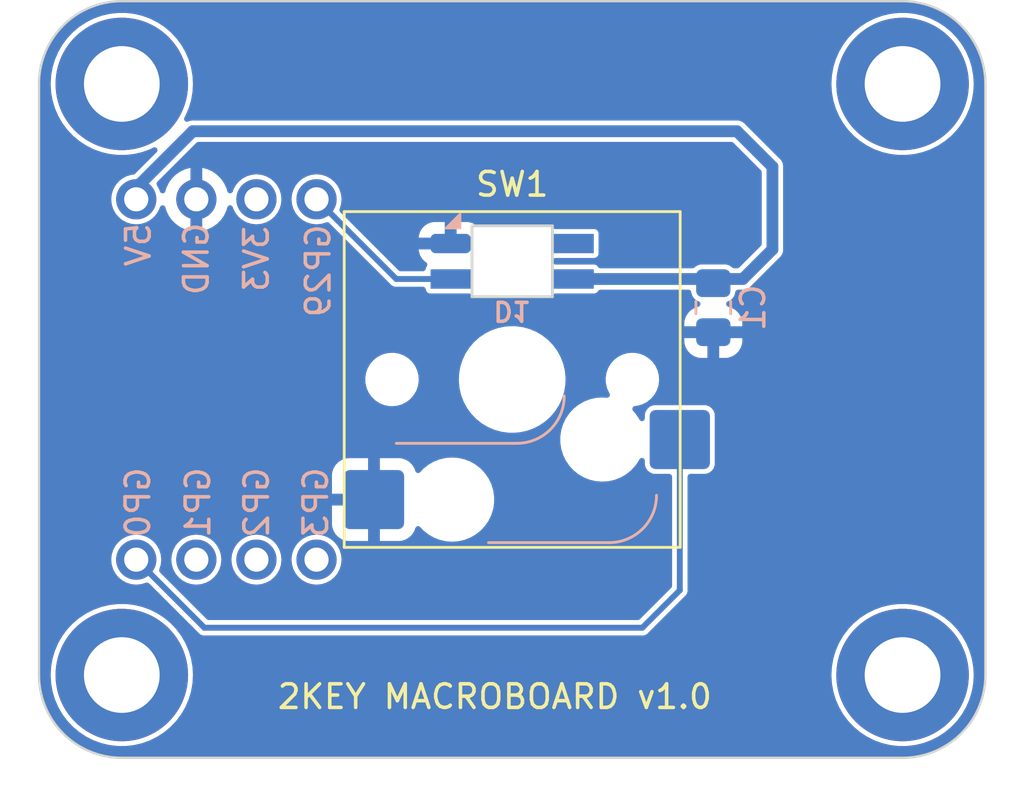
<source format=kicad_pcb>
(kicad_pcb (version 20221018) (generator pcbnew)
  (layers (0 "F.Cu" signal) (31 "B.Cu" signal) (34 "B.Paste" user) (35 "F.Paste" user) (36 "B.SilkS" user "B.Silkscreen") (37 "F.SilkS" user "F.Silkscreen") (38 "B.Mask" user) (39 "F.Mask" user) (44 "Edge.Cuts" user))
  (net 0 "")
  (net 1 "GND")
  (net 2 "+5V")
  (net 5 "NEOPIXEL")
  (net 6 "A")
  (net 7 "+3V3")
  (footprint "MountingHole:MountingHole_3.2mm_M3_DIN965_Pad_TopBottom" (layer "F.Cu") (at 154.5 82.5)
    (fp_text reference "H3" hide)
    (fp_text value "MountingHole")
    (pad "1" thru_hole circle (at 0 0) (size 3.6 3.6) (drill 3.2) (layers "*.Cu" "*.Mask"))
    (pad "1" connect circle (at 0 0) (size 5.6 5.6) (layers "F.Cu" "F.Mask"))
    (pad "1" connect circle (at 0 0) (size 5.6 5.6) (layers "B.Cu" "B.Mask"))
  )
  (footprint "MountingHole:MountingHole_3.2mm_M3_DIN965_Pad_TopBottom" (layer "F.Cu") (at 154.5 57.5)
    (fp_text reference "H2" hide)
    (fp_text value "MountingHole")
    (pad "1" thru_hole circle (at 0 0) (size 3.6 3.6) (drill 3.2) (layers "*.Cu" "*.Mask"))
    (pad "1" connect circle (at 0 0) (size 5.6 5.6) (layers "F.Cu" "F.Mask"))
    (pad "1" connect circle (at 0 0) (size 5.6 5.6) (layers "B.Cu" "B.Mask"))
  )
  (footprint "My_Library:SW_Hotswap_Kailh_MX_1.25u" (layer "F.Cu") (at 138 70)
    (fp_text reference "SW1" (at 0 -8.255 180) (layer "F.SilkS"))
    (fp_text value "SW_Push")
    (fp_line (start 0.2 2.7) (end -4.9 2.7) (stroke (width 0.12)) (layer "B.SilkS"))
    (fp_line (start 4.1 6.9) (end -1 6.9) (stroke (width 0.12)) (layer "B.SilkS"))
    (fp_arc (start 2.2 0.7) (mid 1.614214 2.114214) (end 0.2 2.7) (stroke (width 0.12)) (layer "B.SilkS"))
    (fp_arc (start 6.1 4.9) (mid 5.514214 6.314214) (end 4.1 6.9) (stroke (width 0.12)) (layer "B.SilkS"))
    (fp_line (start -7.1 -7.1) (end -7.1 7.1) (stroke (width 0.12)) (layer "F.SilkS"))
    (fp_line (start -7.1 7.1) (end 7.1 7.1) (stroke (width 0.12)) (layer "F.SilkS"))
    (fp_line (start 7.1 -7.1) (end -7.1 -7.1) (stroke (width 0.12)) (layer "F.SilkS"))
    (fp_line (start 7.1 7.1) (end 7.1 -7.1) (stroke (width 0.12)) (layer "F.SilkS"))
    (pad "" np_thru_hole circle (at -5.08 0 180) (size 1.75 1.75) (drill 1.75) (layers "*.Cu" "*.Mask"))
    (pad "" np_thru_hole circle (at -2.54 5.08 180) (size 3.05 3.05) (drill 3.05) (layers "*.Cu" "*.Mask"))
    (pad "" np_thru_hole circle (at 0 0 180) (size 4 4) (drill 4) (layers "*.Cu" "*.Mask"))
    (pad "" np_thru_hole circle (at 3.81 2.54 180) (size 3.05 3.05) (drill 3.05) (layers "*.Cu" "*.Mask"))
    (pad "" np_thru_hole circle (at 5.08 0 180) (size 1.75 1.75) (drill 1.75) (layers "*.Cu" "*.Mask"))
    (pad "1" smd roundrect (at 7.085 2.54 180) (size 2.55 2.5) (layers "B.Cu" "B.Paste" "B.Mask") (roundrect_rratio 0.1) (net 6 "A"))
    (pad "2" smd roundrect (at -5.842 5.08 180) (size 2.55 2.5) (layers "B.Cu" "B.Paste" "B.Mask") (roundrect_rratio 0.1) (net 1 "GND"))
  )
  (footprint "MountingHole:MountingHole_3.2mm_M3_DIN965_Pad_TopBottom" (layer "F.Cu") (at 121.5 57.5)
    (fp_text reference "H1" hide)
    (fp_text value "MountingHole")
    (pad "1" thru_hole circle (at 0 0) (size 3.6 3.6) (drill 3.2) (layers "*.Cu" "*.Mask"))
    (pad "1" connect circle (at 0 0) (size 5.6 5.6) (layers "F.Cu" "F.Mask"))
    (pad "1" connect circle (at 0 0) (size 5.6 5.6) (layers "B.Cu" "B.Mask"))
  )
  (footprint "MountingHole:MountingHole_3.2mm_M3_DIN965_Pad_TopBottom" (layer "F.Cu") (at 121.5 82.5)
    (fp_text reference "H4" hide)
    (fp_text value "MountingHole")
    (pad "1" thru_hole circle (at 0 0) (size 3.6 3.6) (drill 3.2) (layers "*.Cu" "*.Mask"))
    (pad "1" connect circle (at 0 0) (size 5.6 5.6) (layers "F.Cu" "F.Mask"))
    (pad "1" connect circle (at 0 0) (size 5.6 5.6) (layers "B.Cu" "B.Mask"))
  )
  (footprint "My_Library:Pico_Zero_TH_lite" (layer "B.Cu") (at 131 70 -90)
    (fp_text reference "U1")
    (fp_text value "Pico_zero")
    (fp_text user "GP2" (at 5.2 3.8 90 unlocked) (layer "B.SilkS") (effects (justify mirror)))
    (fp_text user "GND" (at -5.1 6.35 90 unlocked) (layer "B.SilkS") (effects (justify mirror)))
    (fp_text user "GP0" (at 5.2 8.82 90 unlocked) (layer "B.SilkS") (effects (justify mirror)))
    (fp_text user "5V" (at -5.7 8.8 90 unlocked) (layer "B.SilkS") (effects (justify mirror)))
    (fp_text user "3V3" (at -5.1 3.81 90 unlocked) (layer "B.SilkS") (effects (justify mirror)))
    (fp_text user "GP3" (at 5.2 1.3 90 unlocked) (layer "B.SilkS") (effects (justify mirror)))
    (fp_text user "GP29" (at -4.6 1.2 90 unlocked) (layer "B.SilkS") (effects (justify mirror)))
    (fp_text user "GP1" (at 5.2 6.28 90 unlocked) (layer "B.SilkS") (effects (justify mirror)))
    (pad "1" thru_hole oval (at -7.62 8.89 270) (size 1.7 1.7) (drill 1.02) (layers "*.Cu" "*.Mask") (net 2 "+5V"))
    (pad "2" thru_hole oval (at -7.62 6.35 270) (size 1.7 1.7) (drill 1.02) (layers "*.Cu" "*.Mask") (net 1 "GND"))
    (pad "3" thru_hole oval (at -7.62 3.81 270) (size 1.7 1.7) (drill 1.02) (layers "*.Cu" "*.Mask") (net 7 "+3V3"))
    (pad "4" thru_hole oval (at -7.62 1.27 270) (size 1.7 1.7) (drill 1.02) (layers "*.Cu" "*.Mask") (net 5 "NEOPIXEL"))
    (pad "20" thru_hole oval (at 7.62 1.27 270) (size 1.7 1.7) (drill 1.02) (layers "*.Cu" "*.Mask"))
    (pad "21" thru_hole oval (at 7.62 3.81 270) (size 1.7 1.7) (drill 1.02) (layers "*.Cu" "*.Mask"))
    (pad "22" thru_hole oval (at 7.62 6.35 270) (size 1.7 1.7) (drill 1.02) (layers "*.Cu" "*.Mask"))
    (pad "23" thru_hole oval (at 7.62 8.89 270) (size 1.7 1.7) (drill 1.02) (layers "*.Cu" "*.Mask") (net 6 "A"))
  )
  (footprint "My_Library:SK6812-MINI-E" (layer "B.Cu") (at 138 65)
    (fp_text reference "D1" (at 0 2.1 180 unlocked) (layer "B.SilkS") (effects (font (size 0.8 0.8)) (justify mirror)))
    (fp_text value "SK6812MINI" hide)
    (fp_poly (pts (xy -2.8 -1.4) (xy -2.2 -1.4) (xy -2.2 -2)) (stroke (width 0.1)) (fill solid) (layer "B.SilkS"))
    (fp_line (start -1.7 -1.5) (end -1.7 1.5) (stroke (width 0.12)) (layer "Edge.Cuts"))
    (fp_line (start -1.7 1.5) (end 1.7 1.5) (stroke (width 0.12)) (layer "Edge.Cuts"))
    (fp_line (start 1.7 -1.5) (end -1.7 -1.5) (stroke (width 0.12)) (layer "Edge.Cuts"))
    (fp_line (start 1.7 1.5) (end 1.7 -1.5) (stroke (width 0.12)) (layer "Edge.Cuts"))
    (pad "1" smd rect (at 2.6 0.75 180) (size 1.7 0.82) (layers "B.Cu" "B.Paste" "B.Mask") (net 2 "+5V"))
    (pad "2" smd rect (at 2.6 -0.75 180) (size 1.7 0.82) (layers "B.Cu" "B.Paste" "B.Mask"))
    (pad "3" smd roundrect (at -2.6 -0.75 180) (size 1.7 0.82) (layers "B.Cu" "B.Paste" "B.Mask") (net 1 "GND"))
    (pad "4" smd rect (at -2.6 0.75 180) (size 1.7 0.82) (layers "B.Cu" "B.Paste" "B.Mask") (net 5 "NEOPIXEL"))
  )
  (footprint "Capacitor_SMD:C_0805_2012Metric_Pad1.18x1.45mm_HandSolder" (layer "B.Cu") (at 146.5 66.9625 90)
    (fp_text reference "C1" (at 0 1.68 90) (layer "B.SilkS") (effects (justify mirror)))
    (fp_text value "100nF")
    (fp_line (start -0.261252 -0.735) (end 0.261252 -0.735) (stroke (width 0.12)) (layer "B.SilkS"))
    (fp_line (start -0.261252 0.735) (end 0.261252 0.735) (stroke (width 0.12)) (layer "B.SilkS"))
    (pad "1" smd roundrect (at -1.0375 0 90) (size 1.175 1.45) (layers "B.Cu" "B.Paste" "B.Mask") (roundrect_rratio 0.2127659574) (net 1 "GND"))
    (pad "2" smd roundrect (at 1.0375 0 90) (size 1.175 1.45) (layers "B.Cu" "B.Paste" "B.Mask") (roundrect_rratio 0.2127659574) (net 2 "+5V"))
  )
  (gr_line (start 121.5 54) (end 154.5 54) (stroke (width 0.1)) (layer "Edge.Cuts"))
  (gr_line (start 158 57.5) (end 158 82.5) (stroke (width 0.1)) (layer "Edge.Cuts"))
  (gr_arc (start 154.5 54) (mid 156.974874 55.025126) (end 158 57.5) (stroke (width 0.1)) (layer "Edge.Cuts"))
  (gr_arc (start 158 82.5) (mid 156.974874 84.974874) (end 154.5 86) (stroke (width 0.1)) (layer "Edge.Cuts"))
  (gr_line (start 118 82.5) (end 118 57.5) (stroke (width 0.1)) (layer "Edge.Cuts"))
  (gr_line (start 154.5 86) (end 121.5 86) (stroke (width 0.1)) (layer "Edge.Cuts"))
  (gr_arc (start 121.5 86) (mid 119.025126 84.974874) (end 118 82.5) (stroke (width 0.1)) (layer "Edge.Cuts"))
  (gr_arc (start 118 57.5) (mid 119.025126 55.025126) (end 121.5 54) (stroke (width 0.1)) (layer "Edge.Cuts"))
  (gr_text "2KEY MACROBOARD v1.0" (at 128 84) (layer "F.SilkS") (effects (font (size 1 1)) (justify left bottom)))
  (segment (start 135.125 64.125) (end 135.125 64.25) (width 0.25) (layer "B.Cu") (net 1))
  (segment (start 147.75 65.75) (end 149 64.5) (width 0.5) (layer "B.Cu") (net 2))
  (segment (start 149 61) (end 147.5 59.5) (width 0.5) (layer "B.Cu") (net 2))
  (segment (start 147.5 59.5) (end 124.5 59.5) (width 0.5) (layer "B.Cu") (net 2))
  (segment (start 140.875 65.75) (end 147.75 65.75) (width 0.5) (layer "B.Cu") (net 2))
  (segment (start 124.5 59.5) (end 122.11 61.89) (width 0.5) (layer "B.Cu") (net 2))
  (segment (start 149 64.5) (end 149 61) (width 0.5) (layer "B.Cu") (net 2))
  (segment (start 122.11 61.89) (end 122.11 62.38) (width 0.5) (layer "B.Cu") (net 2))
  (segment (start 129.73 62.38) (end 133.1 65.75) (width 0.25) (layer "B.Cu") (net 5))
  (segment (start 133.1 65.75) (end 135.125 65.75) (width 0.25) (layer "B.Cu") (net 5))
  (segment (start 122.11 77.62) (end 124.99 80.5) (width 0.25) (layer "B.Cu") (net 6))
  (segment (start 124.99 80.5) (end 143.5 80.5) (width 0.25) (layer "B.Cu") (net 6))
  (segment (start 145.085 78.915) (end 145.085 72.54) (width 0.25) (layer "B.Cu") (net 6))
  (segment (start 143.5 80.5) (end 145.085 78.915) (width 0.25) (layer "B.Cu") (net 6))
  (zone (net 1) (net_name "GND") (layer "B.Cu") (connect_pads (clearance 0)) (min_thickness 0.25) (fill yes (thermal_gap 0.5) (thermal_bridge_width 0.5))
    (polygon (pts (xy 118 54) (xy 118 86) (xy 158 86) (xy 158 54)))
  )
)
</source>
